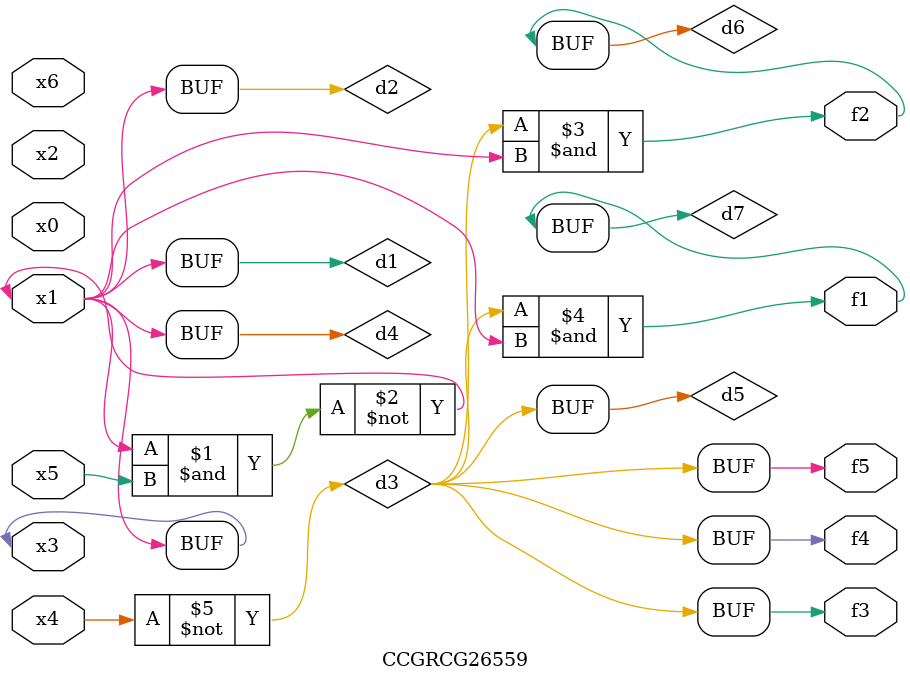
<source format=v>
module CCGRCG26559(
	input x0, x1, x2, x3, x4, x5, x6,
	output f1, f2, f3, f4, f5
);

	wire d1, d2, d3, d4, d5, d6, d7;

	buf (d1, x1, x3);
	nand (d2, x1, x5);
	not (d3, x4);
	buf (d4, d1, d2);
	buf (d5, d3);
	and (d6, d3, d4);
	and (d7, d3, d4);
	assign f1 = d7;
	assign f2 = d6;
	assign f3 = d5;
	assign f4 = d5;
	assign f5 = d5;
endmodule

</source>
